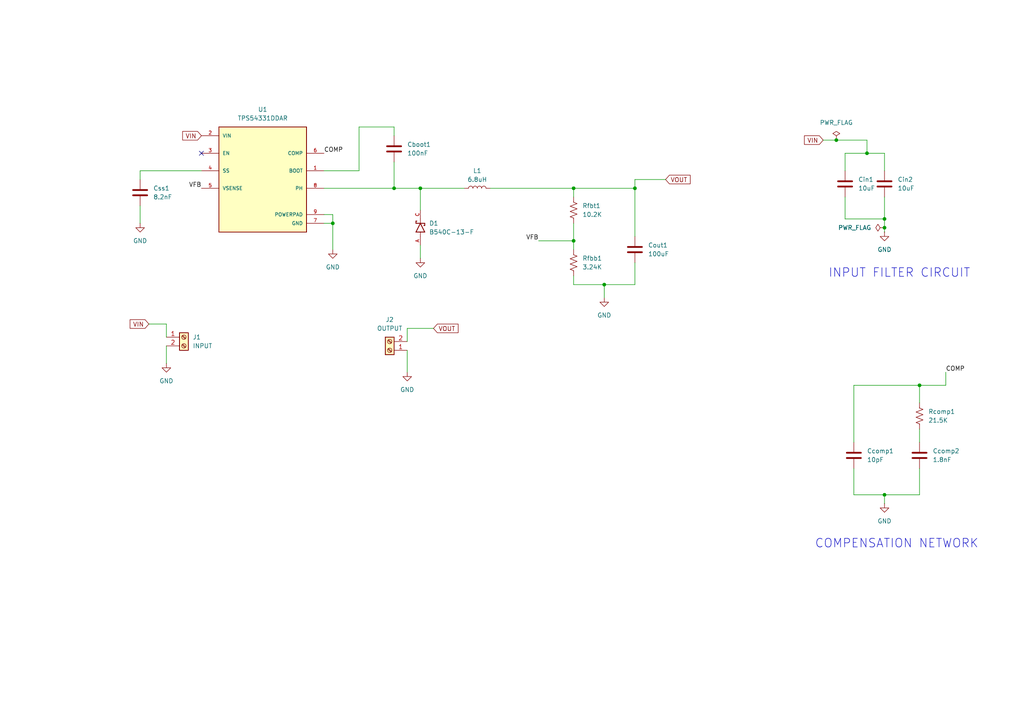
<source format=kicad_sch>
(kicad_sch
	(version 20250114)
	(generator "eeschema")
	(generator_version "9.0")
	(uuid "77b4fb3a-11fd-4426-a4c9-0bf1283a8785")
	(paper "A4")
	(lib_symbols
		(symbol "B540C-13-F:B540C-13-F"
			(pin_names
				(offset 1.016)
			)
			(exclude_from_sim no)
			(in_bom yes)
			(on_board yes)
			(property "Reference" "D"
				(at -5.08 2.54 0)
				(effects
					(font
						(size 1.27 1.27)
					)
					(justify left bottom)
				)
			)
			(property "Value" "B540C-13-F"
				(at -5.08 -3.81 0)
				(effects
					(font
						(size 1.27 1.27)
					)
					(justify left bottom)
				)
			)
			(property "Footprint" "B540C-13-F:DIOM6959X245N"
				(at 0 0 0)
				(effects
					(font
						(size 1.27 1.27)
					)
					(justify bottom)
					(hide yes)
				)
			)
			(property "Datasheet" ""
				(at 0 0 0)
				(effects
					(font
						(size 1.27 1.27)
					)
					(hide yes)
				)
			)
			(property "Description" ""
				(at 0 0 0)
				(effects
					(font
						(size 1.27 1.27)
					)
					(hide yes)
				)
			)
			(property "MF" "Diodes Zetex"
				(at 0 0 0)
				(effects
					(font
						(size 1.27 1.27)
					)
					(justify bottom)
					(hide yes)
				)
			)
			(property "MAXIMUM_PACKAGE_HEIGHT" "2.45 mm"
				(at 0 0 0)
				(effects
					(font
						(size 1.27 1.27)
					)
					(justify bottom)
					(hide yes)
				)
			)
			(property "Package" "SMC-2 Diodes"
				(at 0 0 0)
				(effects
					(font
						(size 1.27 1.27)
					)
					(justify bottom)
					(hide yes)
				)
			)
			(property "Price" "None"
				(at 0 0 0)
				(effects
					(font
						(size 1.27 1.27)
					)
					(justify bottom)
					(hide yes)
				)
			)
			(property "Check_prices" "https://www.snapeda.com/parts/B540C-13-F/Diodes+Inc./view-part/?ref=eda"
				(at 0 0 0)
				(effects
					(font
						(size 1.27 1.27)
					)
					(justify bottom)
					(hide yes)
				)
			)
			(property "STANDARD" "IPC 7351B"
				(at 0 0 0)
				(effects
					(font
						(size 1.27 1.27)
					)
					(justify bottom)
					(hide yes)
				)
			)
			(property "PARTREV" "V1.0"
				(at 0 0 0)
				(effects
					(font
						(size 1.27 1.27)
					)
					(justify bottom)
					(hide yes)
				)
			)
			(property "SnapEDA_Link" "https://www.snapeda.com/parts/B540C-13-F/Diodes+Inc./view-part/?ref=snap"
				(at 0 0 0)
				(effects
					(font
						(size 1.27 1.27)
					)
					(justify bottom)
					(hide yes)
				)
			)
			(property "MP" "B540C-13-F"
				(at 0 0 0)
				(effects
					(font
						(size 1.27 1.27)
					)
					(justify bottom)
					(hide yes)
				)
			)
			(property "Description_1" "Rectifier Diode Schottky 40V 5A 2-Pin SMC T/R"
				(at 0 0 0)
				(effects
					(font
						(size 1.27 1.27)
					)
					(justify bottom)
					(hide yes)
				)
			)
			(property "Availability" "In Stock"
				(at 0 0 0)
				(effects
					(font
						(size 1.27 1.27)
					)
					(justify bottom)
					(hide yes)
				)
			)
			(property "MANUFACTURER" "multicomp"
				(at 0 0 0)
				(effects
					(font
						(size 1.27 1.27)
					)
					(justify bottom)
					(hide yes)
				)
			)
			(symbol "B540C-13-F_0_0"
				(polyline
					(pts
						(xy -2.54 0) (xy -1.27 0)
					)
					(stroke
						(width 0.1524)
						(type default)
					)
					(fill
						(type none)
					)
				)
				(polyline
					(pts
						(xy -1.27 1.27) (xy -1.27 0)
					)
					(stroke
						(width 0.254)
						(type default)
					)
					(fill
						(type none)
					)
				)
				(polyline
					(pts
						(xy -1.27 0) (xy -1.27 -1.27)
					)
					(stroke
						(width 0.254)
						(type default)
					)
					(fill
						(type none)
					)
				)
				(polyline
					(pts
						(xy -1.27 -1.27) (xy 1.27 0)
					)
					(stroke
						(width 0.254)
						(type default)
					)
					(fill
						(type none)
					)
				)
				(polyline
					(pts
						(xy 0.635 -1.016) (xy 0.635 -1.27)
					)
					(stroke
						(width 0.254)
						(type default)
					)
					(fill
						(type none)
					)
				)
				(polyline
					(pts
						(xy 1.27 1.27) (xy 1.27 0)
					)
					(stroke
						(width 0.254)
						(type default)
					)
					(fill
						(type none)
					)
				)
				(polyline
					(pts
						(xy 1.27 0) (xy -1.27 1.27)
					)
					(stroke
						(width 0.254)
						(type default)
					)
					(fill
						(type none)
					)
				)
				(polyline
					(pts
						(xy 1.27 0) (xy 1.27 -1.27)
					)
					(stroke
						(width 0.254)
						(type default)
					)
					(fill
						(type none)
					)
				)
				(polyline
					(pts
						(xy 1.27 0) (xy 2.54 0)
					)
					(stroke
						(width 0.1524)
						(type default)
					)
					(fill
						(type none)
					)
				)
				(polyline
					(pts
						(xy 1.27 -1.27) (xy 0.635 -1.27)
					)
					(stroke
						(width 0.254)
						(type default)
					)
					(fill
						(type none)
					)
				)
				(polyline
					(pts
						(xy 1.905 1.27) (xy 1.27 1.27)
					)
					(stroke
						(width 0.254)
						(type default)
					)
					(fill
						(type none)
					)
				)
				(polyline
					(pts
						(xy 1.905 1.27) (xy 1.905 1.016)
					)
					(stroke
						(width 0.254)
						(type default)
					)
					(fill
						(type none)
					)
				)
				(pin passive line
					(at -5.08 0 0)
					(length 2.54)
					(name "~"
						(effects
							(font
								(size 1.016 1.016)
							)
						)
					)
					(number "A"
						(effects
							(font
								(size 1.016 1.016)
							)
						)
					)
				)
				(pin passive line
					(at 5.08 0 180)
					(length 2.54)
					(name "~"
						(effects
							(font
								(size 1.016 1.016)
							)
						)
					)
					(number "C"
						(effects
							(font
								(size 1.016 1.016)
							)
						)
					)
				)
			)
			(embedded_fonts no)
		)
		(symbol "Connector:Screw_Terminal_01x02"
			(pin_names
				(offset 1.016)
				(hide yes)
			)
			(exclude_from_sim no)
			(in_bom yes)
			(on_board yes)
			(property "Reference" "J"
				(at 0 2.54 0)
				(effects
					(font
						(size 1.27 1.27)
					)
				)
			)
			(property "Value" "Screw_Terminal_01x02"
				(at 0 -5.08 0)
				(effects
					(font
						(size 1.27 1.27)
					)
				)
			)
			(property "Footprint" ""
				(at 0 0 0)
				(effects
					(font
						(size 1.27 1.27)
					)
					(hide yes)
				)
			)
			(property "Datasheet" "~"
				(at 0 0 0)
				(effects
					(font
						(size 1.27 1.27)
					)
					(hide yes)
				)
			)
			(property "Description" "Generic screw terminal, single row, 01x02, script generated (kicad-library-utils/schlib/autogen/connector/)"
				(at 0 0 0)
				(effects
					(font
						(size 1.27 1.27)
					)
					(hide yes)
				)
			)
			(property "ki_keywords" "screw terminal"
				(at 0 0 0)
				(effects
					(font
						(size 1.27 1.27)
					)
					(hide yes)
				)
			)
			(property "ki_fp_filters" "TerminalBlock*:*"
				(at 0 0 0)
				(effects
					(font
						(size 1.27 1.27)
					)
					(hide yes)
				)
			)
			(symbol "Screw_Terminal_01x02_1_1"
				(rectangle
					(start -1.27 1.27)
					(end 1.27 -3.81)
					(stroke
						(width 0.254)
						(type default)
					)
					(fill
						(type background)
					)
				)
				(polyline
					(pts
						(xy -0.5334 0.3302) (xy 0.3302 -0.508)
					)
					(stroke
						(width 0.1524)
						(type default)
					)
					(fill
						(type none)
					)
				)
				(polyline
					(pts
						(xy -0.5334 -2.2098) (xy 0.3302 -3.048)
					)
					(stroke
						(width 0.1524)
						(type default)
					)
					(fill
						(type none)
					)
				)
				(polyline
					(pts
						(xy -0.3556 0.508) (xy 0.508 -0.3302)
					)
					(stroke
						(width 0.1524)
						(type default)
					)
					(fill
						(type none)
					)
				)
				(polyline
					(pts
						(xy -0.3556 -2.032) (xy 0.508 -2.8702)
					)
					(stroke
						(width 0.1524)
						(type default)
					)
					(fill
						(type none)
					)
				)
				(circle
					(center 0 0)
					(radius 0.635)
					(stroke
						(width 0.1524)
						(type default)
					)
					(fill
						(type none)
					)
				)
				(circle
					(center 0 -2.54)
					(radius 0.635)
					(stroke
						(width 0.1524)
						(type default)
					)
					(fill
						(type none)
					)
				)
				(pin passive line
					(at -5.08 0 0)
					(length 3.81)
					(name "Pin_1"
						(effects
							(font
								(size 1.27 1.27)
							)
						)
					)
					(number "1"
						(effects
							(font
								(size 1.27 1.27)
							)
						)
					)
				)
				(pin passive line
					(at -5.08 -2.54 0)
					(length 3.81)
					(name "Pin_2"
						(effects
							(font
								(size 1.27 1.27)
							)
						)
					)
					(number "2"
						(effects
							(font
								(size 1.27 1.27)
							)
						)
					)
				)
			)
			(embedded_fonts no)
		)
		(symbol "Device:C"
			(pin_numbers
				(hide yes)
			)
			(pin_names
				(offset 0.254)
			)
			(exclude_from_sim no)
			(in_bom yes)
			(on_board yes)
			(property "Reference" "C"
				(at 0.635 2.54 0)
				(effects
					(font
						(size 1.27 1.27)
					)
					(justify left)
				)
			)
			(property "Value" "C"
				(at 0.635 -2.54 0)
				(effects
					(font
						(size 1.27 1.27)
					)
					(justify left)
				)
			)
			(property "Footprint" ""
				(at 0.9652 -3.81 0)
				(effects
					(font
						(size 1.27 1.27)
					)
					(hide yes)
				)
			)
			(property "Datasheet" "~"
				(at 0 0 0)
				(effects
					(font
						(size 1.27 1.27)
					)
					(hide yes)
				)
			)
			(property "Description" "Unpolarized capacitor"
				(at 0 0 0)
				(effects
					(font
						(size 1.27 1.27)
					)
					(hide yes)
				)
			)
			(property "ki_keywords" "cap capacitor"
				(at 0 0 0)
				(effects
					(font
						(size 1.27 1.27)
					)
					(hide yes)
				)
			)
			(property "ki_fp_filters" "C_*"
				(at 0 0 0)
				(effects
					(font
						(size 1.27 1.27)
					)
					(hide yes)
				)
			)
			(symbol "C_0_1"
				(polyline
					(pts
						(xy -2.032 0.762) (xy 2.032 0.762)
					)
					(stroke
						(width 0.508)
						(type default)
					)
					(fill
						(type none)
					)
				)
				(polyline
					(pts
						(xy -2.032 -0.762) (xy 2.032 -0.762)
					)
					(stroke
						(width 0.508)
						(type default)
					)
					(fill
						(type none)
					)
				)
			)
			(symbol "C_1_1"
				(pin passive line
					(at 0 3.81 270)
					(length 2.794)
					(name "~"
						(effects
							(font
								(size 1.27 1.27)
							)
						)
					)
					(number "1"
						(effects
							(font
								(size 1.27 1.27)
							)
						)
					)
				)
				(pin passive line
					(at 0 -3.81 90)
					(length 2.794)
					(name "~"
						(effects
							(font
								(size 1.27 1.27)
							)
						)
					)
					(number "2"
						(effects
							(font
								(size 1.27 1.27)
							)
						)
					)
				)
			)
			(embedded_fonts no)
		)
		(symbol "Device:L"
			(pin_numbers
				(hide yes)
			)
			(pin_names
				(offset 1.016)
				(hide yes)
			)
			(exclude_from_sim no)
			(in_bom yes)
			(on_board yes)
			(property "Reference" "L"
				(at -1.27 0 90)
				(effects
					(font
						(size 1.27 1.27)
					)
				)
			)
			(property "Value" "L"
				(at 1.905 0 90)
				(effects
					(font
						(size 1.27 1.27)
					)
				)
			)
			(property "Footprint" ""
				(at 0 0 0)
				(effects
					(font
						(size 1.27 1.27)
					)
					(hide yes)
				)
			)
			(property "Datasheet" "~"
				(at 0 0 0)
				(effects
					(font
						(size 1.27 1.27)
					)
					(hide yes)
				)
			)
			(property "Description" "Inductor"
				(at 0 0 0)
				(effects
					(font
						(size 1.27 1.27)
					)
					(hide yes)
				)
			)
			(property "ki_keywords" "inductor choke coil reactor magnetic"
				(at 0 0 0)
				(effects
					(font
						(size 1.27 1.27)
					)
					(hide yes)
				)
			)
			(property "ki_fp_filters" "Choke_* *Coil* Inductor_* L_*"
				(at 0 0 0)
				(effects
					(font
						(size 1.27 1.27)
					)
					(hide yes)
				)
			)
			(symbol "L_0_1"
				(arc
					(start 0 2.54)
					(mid 0.6323 1.905)
					(end 0 1.27)
					(stroke
						(width 0)
						(type default)
					)
					(fill
						(type none)
					)
				)
				(arc
					(start 0 1.27)
					(mid 0.6323 0.635)
					(end 0 0)
					(stroke
						(width 0)
						(type default)
					)
					(fill
						(type none)
					)
				)
				(arc
					(start 0 0)
					(mid 0.6323 -0.635)
					(end 0 -1.27)
					(stroke
						(width 0)
						(type default)
					)
					(fill
						(type none)
					)
				)
				(arc
					(start 0 -1.27)
					(mid 0.6323 -1.905)
					(end 0 -2.54)
					(stroke
						(width 0)
						(type default)
					)
					(fill
						(type none)
					)
				)
			)
			(symbol "L_1_1"
				(pin passive line
					(at 0 3.81 270)
					(length 1.27)
					(name "1"
						(effects
							(font
								(size 1.27 1.27)
							)
						)
					)
					(number "1"
						(effects
							(font
								(size 1.27 1.27)
							)
						)
					)
				)
				(pin passive line
					(at 0 -3.81 90)
					(length 1.27)
					(name "2"
						(effects
							(font
								(size 1.27 1.27)
							)
						)
					)
					(number "2"
						(effects
							(font
								(size 1.27 1.27)
							)
						)
					)
				)
			)
			(embedded_fonts no)
		)
		(symbol "Device:R_US"
			(pin_numbers
				(hide yes)
			)
			(pin_names
				(offset 0)
			)
			(exclude_from_sim no)
			(in_bom yes)
			(on_board yes)
			(property "Reference" "R"
				(at 2.54 0 90)
				(effects
					(font
						(size 1.27 1.27)
					)
				)
			)
			(property "Value" "R_US"
				(at -2.54 0 90)
				(effects
					(font
						(size 1.27 1.27)
					)
				)
			)
			(property "Footprint" ""
				(at 1.016 -0.254 90)
				(effects
					(font
						(size 1.27 1.27)
					)
					(hide yes)
				)
			)
			(property "Datasheet" "~"
				(at 0 0 0)
				(effects
					(font
						(size 1.27 1.27)
					)
					(hide yes)
				)
			)
			(property "Description" "Resistor, US symbol"
				(at 0 0 0)
				(effects
					(font
						(size 1.27 1.27)
					)
					(hide yes)
				)
			)
			(property "ki_keywords" "R res resistor"
				(at 0 0 0)
				(effects
					(font
						(size 1.27 1.27)
					)
					(hide yes)
				)
			)
			(property "ki_fp_filters" "R_*"
				(at 0 0 0)
				(effects
					(font
						(size 1.27 1.27)
					)
					(hide yes)
				)
			)
			(symbol "R_US_0_1"
				(polyline
					(pts
						(xy 0 2.286) (xy 0 2.54)
					)
					(stroke
						(width 0)
						(type default)
					)
					(fill
						(type none)
					)
				)
				(polyline
					(pts
						(xy 0 2.286) (xy 1.016 1.905) (xy 0 1.524) (xy -1.016 1.143) (xy 0 0.762)
					)
					(stroke
						(width 0)
						(type default)
					)
					(fill
						(type none)
					)
				)
				(polyline
					(pts
						(xy 0 0.762) (xy 1.016 0.381) (xy 0 0) (xy -1.016 -0.381) (xy 0 -0.762)
					)
					(stroke
						(width 0)
						(type default)
					)
					(fill
						(type none)
					)
				)
				(polyline
					(pts
						(xy 0 -0.762) (xy 1.016 -1.143) (xy 0 -1.524) (xy -1.016 -1.905) (xy 0 -2.286)
					)
					(stroke
						(width 0)
						(type default)
					)
					(fill
						(type none)
					)
				)
				(polyline
					(pts
						(xy 0 -2.286) (xy 0 -2.54)
					)
					(stroke
						(width 0)
						(type default)
					)
					(fill
						(type none)
					)
				)
			)
			(symbol "R_US_1_1"
				(pin passive line
					(at 0 3.81 270)
					(length 1.27)
					(name "~"
						(effects
							(font
								(size 1.27 1.27)
							)
						)
					)
					(number "1"
						(effects
							(font
								(size 1.27 1.27)
							)
						)
					)
				)
				(pin passive line
					(at 0 -3.81 90)
					(length 1.27)
					(name "~"
						(effects
							(font
								(size 1.27 1.27)
							)
						)
					)
					(number "2"
						(effects
							(font
								(size 1.27 1.27)
							)
						)
					)
				)
			)
			(embedded_fonts no)
		)
		(symbol "TPS54331DDAR:TPS54331DDAR"
			(pin_names
				(offset 1.016)
			)
			(exclude_from_sim no)
			(in_bom yes)
			(on_board yes)
			(property "Reference" "U"
				(at -12.7 16.51 0)
				(effects
					(font
						(size 1.27 1.27)
					)
					(justify left bottom)
				)
			)
			(property "Value" "TPS54331DDAR"
				(at -12.7 -16.51 0)
				(effects
					(font
						(size 1.27 1.27)
					)
					(justify left top)
				)
			)
			(property "Footprint" "TPS54331DDAR:CONV_TPS54331DDAR"
				(at 0 0 0)
				(effects
					(font
						(size 1.27 1.27)
					)
					(justify bottom)
					(hide yes)
				)
			)
			(property "Datasheet" ""
				(at 0 0 0)
				(effects
					(font
						(size 1.27 1.27)
					)
					(hide yes)
				)
			)
			(property "Description" ""
				(at 0 0 0)
				(effects
					(font
						(size 1.27 1.27)
					)
					(hide yes)
				)
			)
			(property "MF" "Texas Instruments"
				(at 0 0 0)
				(effects
					(font
						(size 1.27 1.27)
					)
					(justify bottom)
					(hide yes)
				)
			)
			(property "MAXIMUM_PACKAGE_HEIGHT" "1.70 mm"
				(at 0 0 0)
				(effects
					(font
						(size 1.27 1.27)
					)
					(justify bottom)
					(hide yes)
				)
			)
			(property "Package" "Package"
				(at 0 0 0)
				(effects
					(font
						(size 1.27 1.27)
					)
					(justify bottom)
					(hide yes)
				)
			)
			(property "Price" "None"
				(at 0 0 0)
				(effects
					(font
						(size 1.27 1.27)
					)
					(justify bottom)
					(hide yes)
				)
			)
			(property "Check_prices" "https://www.snapeda.com/parts/TPS54331DDAR/Texas+Instruments/view-part/?ref=eda"
				(at 0 0 0)
				(effects
					(font
						(size 1.27 1.27)
					)
					(justify bottom)
					(hide yes)
				)
			)
			(property "STANDARD" "Manufacturer Recommendations"
				(at 0 0 0)
				(effects
					(font
						(size 1.27 1.27)
					)
					(justify bottom)
					(hide yes)
				)
			)
			(property "PARTREV" "F"
				(at 0 0 0)
				(effects
					(font
						(size 1.27 1.27)
					)
					(justify bottom)
					(hide yes)
				)
			)
			(property "SnapEDA_Link" "https://www.snapeda.com/parts/TPS54331DDAR/Texas+Instruments/view-part/?ref=snap"
				(at 0 0 0)
				(effects
					(font
						(size 1.27 1.27)
					)
					(justify bottom)
					(hide yes)
				)
			)
			(property "MP" "TPS54331DDAR"
				(at 0 0 0)
				(effects
					(font
						(size 1.27 1.27)
					)
					(justify bottom)
					(hide yes)
				)
			)
			(property "Description_1" "3.5V to 28V Input, 3A, 570kHz Step-Down Converter with Eco-mode"
				(at 0 0 0)
				(effects
					(font
						(size 1.27 1.27)
					)
					(justify bottom)
					(hide yes)
				)
			)
			(property "Availability" "In Stock"
				(at 0 0 0)
				(effects
					(font
						(size 1.27 1.27)
					)
					(justify bottom)
					(hide yes)
				)
			)
			(property "MANUFACTURER" "Texas Instruments"
				(at 0 0 0)
				(effects
					(font
						(size 1.27 1.27)
					)
					(justify bottom)
					(hide yes)
				)
			)
			(symbol "TPS54331DDAR_0_0"
				(rectangle
					(start -12.7 -15.24)
					(end 12.7 15.24)
					(stroke
						(width 0.254)
						(type default)
					)
					(fill
						(type background)
					)
				)
				(pin power_in line
					(at -17.78 12.7 0)
					(length 5.08)
					(name "VIN"
						(effects
							(font
								(size 1.016 1.016)
							)
						)
					)
					(number "2"
						(effects
							(font
								(size 1.016 1.016)
							)
						)
					)
				)
				(pin input line
					(at -17.78 7.62 0)
					(length 5.08)
					(name "EN"
						(effects
							(font
								(size 1.016 1.016)
							)
						)
					)
					(number "3"
						(effects
							(font
								(size 1.016 1.016)
							)
						)
					)
				)
				(pin input line
					(at -17.78 2.54 0)
					(length 5.08)
					(name "SS"
						(effects
							(font
								(size 1.016 1.016)
							)
						)
					)
					(number "4"
						(effects
							(font
								(size 1.016 1.016)
							)
						)
					)
				)
				(pin input line
					(at -17.78 -2.54 0)
					(length 5.08)
					(name "VSENSE"
						(effects
							(font
								(size 1.016 1.016)
							)
						)
					)
					(number "5"
						(effects
							(font
								(size 1.016 1.016)
							)
						)
					)
				)
				(pin output line
					(at 17.78 7.62 180)
					(length 5.08)
					(name "COMP"
						(effects
							(font
								(size 1.016 1.016)
							)
						)
					)
					(number "6"
						(effects
							(font
								(size 1.016 1.016)
							)
						)
					)
				)
				(pin output line
					(at 17.78 2.54 180)
					(length 5.08)
					(name "BOOT"
						(effects
							(font
								(size 1.016 1.016)
							)
						)
					)
					(number "1"
						(effects
							(font
								(size 1.016 1.016)
							)
						)
					)
				)
				(pin output line
					(at 17.78 -2.54 180)
					(length 5.08)
					(name "PH"
						(effects
							(font
								(size 1.016 1.016)
							)
						)
					)
					(number "8"
						(effects
							(font
								(size 1.016 1.016)
							)
						)
					)
				)
				(pin power_in line
					(at 17.78 -10.16 180)
					(length 5.08)
					(name "POWERPAD"
						(effects
							(font
								(size 1.016 1.016)
							)
						)
					)
					(number "9"
						(effects
							(font
								(size 1.016 1.016)
							)
						)
					)
				)
				(pin power_in line
					(at 17.78 -12.7 180)
					(length 5.08)
					(name "GND"
						(effects
							(font
								(size 1.016 1.016)
							)
						)
					)
					(number "7"
						(effects
							(font
								(size 1.016 1.016)
							)
						)
					)
				)
			)
			(embedded_fonts no)
		)
		(symbol "power:GND"
			(power)
			(pin_numbers
				(hide yes)
			)
			(pin_names
				(offset 0)
				(hide yes)
			)
			(exclude_from_sim no)
			(in_bom yes)
			(on_board yes)
			(property "Reference" "#PWR"
				(at 0 -6.35 0)
				(effects
					(font
						(size 1.27 1.27)
					)
					(hide yes)
				)
			)
			(property "Value" "GND"
				(at 0 -3.81 0)
				(effects
					(font
						(size 1.27 1.27)
					)
				)
			)
			(property "Footprint" ""
				(at 0 0 0)
				(effects
					(font
						(size 1.27 1.27)
					)
					(hide yes)
				)
			)
			(property "Datasheet" ""
				(at 0 0 0)
				(effects
					(font
						(size 1.27 1.27)
					)
					(hide yes)
				)
			)
			(property "Description" "Power symbol creates a global label with name \"GND\" , ground"
				(at 0 0 0)
				(effects
					(font
						(size 1.27 1.27)
					)
					(hide yes)
				)
			)
			(property "ki_keywords" "global power"
				(at 0 0 0)
				(effects
					(font
						(size 1.27 1.27)
					)
					(hide yes)
				)
			)
			(symbol "GND_0_1"
				(polyline
					(pts
						(xy 0 0) (xy 0 -1.27) (xy 1.27 -1.27) (xy 0 -2.54) (xy -1.27 -1.27) (xy 0 -1.27)
					)
					(stroke
						(width 0)
						(type default)
					)
					(fill
						(type none)
					)
				)
			)
			(symbol "GND_1_1"
				(pin power_in line
					(at 0 0 270)
					(length 0)
					(name "~"
						(effects
							(font
								(size 1.27 1.27)
							)
						)
					)
					(number "1"
						(effects
							(font
								(size 1.27 1.27)
							)
						)
					)
				)
			)
			(embedded_fonts no)
		)
		(symbol "power:PWR_FLAG"
			(power)
			(pin_numbers
				(hide yes)
			)
			(pin_names
				(offset 0)
				(hide yes)
			)
			(exclude_from_sim no)
			(in_bom yes)
			(on_board yes)
			(property "Reference" "#FLG"
				(at 0 1.905 0)
				(effects
					(font
						(size 1.27 1.27)
					)
					(hide yes)
				)
			)
			(property "Value" "PWR_FLAG"
				(at 0 3.81 0)
				(effects
					(font
						(size 1.27 1.27)
					)
				)
			)
			(property "Footprint" ""
				(at 0 0 0)
				(effects
					(font
						(size 1.27 1.27)
					)
					(hide yes)
				)
			)
			(property "Datasheet" "~"
				(at 0 0 0)
				(effects
					(font
						(size 1.27 1.27)
					)
					(hide yes)
				)
			)
			(property "Description" "Special symbol for telling ERC where power comes from"
				(at 0 0 0)
				(effects
					(font
						(size 1.27 1.27)
					)
					(hide yes)
				)
			)
			(property "ki_keywords" "flag power"
				(at 0 0 0)
				(effects
					(font
						(size 1.27 1.27)
					)
					(hide yes)
				)
			)
			(symbol "PWR_FLAG_0_0"
				(pin power_out line
					(at 0 0 90)
					(length 0)
					(name "~"
						(effects
							(font
								(size 1.27 1.27)
							)
						)
					)
					(number "1"
						(effects
							(font
								(size 1.27 1.27)
							)
						)
					)
				)
			)
			(symbol "PWR_FLAG_0_1"
				(polyline
					(pts
						(xy 0 0) (xy 0 1.27) (xy -1.016 1.905) (xy 0 2.54) (xy 1.016 1.905) (xy 0 1.27)
					)
					(stroke
						(width 0)
						(type default)
					)
					(fill
						(type none)
					)
				)
			)
			(embedded_fonts no)
		)
	)
	(text "INPUT FILTER CIRCUIT"
		(exclude_from_sim no)
		(at 260.858 79.248 0)
		(effects
			(font
				(size 2.5 2.5)
			)
		)
		(uuid "86c276c5-0a89-44de-a1bc-9295686ca6ef")
	)
	(text "COMPENSATION NETWORK\n"
		(exclude_from_sim no)
		(at 260.096 157.734 0)
		(effects
			(font
				(size 2.5 2.5)
			)
		)
		(uuid "a99dd902-7e0a-436c-88b8-3fba5a36524f")
	)
	(junction
		(at 175.26 82.55)
		(diameter 0)
		(color 0 0 0 0)
		(uuid "05aa96cb-c59c-449f-b3cf-869f36050c22")
	)
	(junction
		(at 96.52 64.77)
		(diameter 0)
		(color 0 0 0 0)
		(uuid "1f035523-25af-4067-89d7-d6803d484c35")
	)
	(junction
		(at 256.54 63.5)
		(diameter 0)
		(color 0 0 0 0)
		(uuid "5c0ba1a1-8266-4fee-9ca6-1646b0308d02")
	)
	(junction
		(at 184.15 54.61)
		(diameter 0)
		(color 0 0 0 0)
		(uuid "62e353ee-3fdb-4462-9b41-30cc87a81ae2")
	)
	(junction
		(at 256.54 143.51)
		(diameter 0)
		(color 0 0 0 0)
		(uuid "787c6683-5517-409c-bcb7-96cfceb0b0eb")
	)
	(junction
		(at 266.7 111.76)
		(diameter 0)
		(color 0 0 0 0)
		(uuid "7fcc0475-7926-4dfb-89b8-98654ff04301")
	)
	(junction
		(at 166.37 54.61)
		(diameter 0)
		(color 0 0 0 0)
		(uuid "86d82c1e-5531-46a2-bc1a-f80b94628e38")
	)
	(junction
		(at 242.57 40.64)
		(diameter 0)
		(color 0 0 0 0)
		(uuid "97cb14f0-d83c-40bf-9215-2be29cf4a9d1")
	)
	(junction
		(at 256.54 66.04)
		(diameter 0)
		(color 0 0 0 0)
		(uuid "a80d3608-cba6-485e-b160-cd2c741296b5")
	)
	(junction
		(at 114.3 54.61)
		(diameter 0)
		(color 0 0 0 0)
		(uuid "c3bbf20a-0772-4666-a1ae-23acae16bb6a")
	)
	(junction
		(at 121.92 54.61)
		(diameter 0)
		(color 0 0 0 0)
		(uuid "d5486c34-a656-48bf-a2f4-7fef06e5b15d")
	)
	(junction
		(at 166.37 69.85)
		(diameter 0)
		(color 0 0 0 0)
		(uuid "ea5bc564-c057-440f-860a-f85c6d42a3e1")
	)
	(junction
		(at 251.46 44.45)
		(diameter 0)
		(color 0 0 0 0)
		(uuid "f2ea46bb-b150-46d8-b6ee-f202b9a86a09")
	)
	(no_connect
		(at 58.42 44.45)
		(uuid "b846d5a0-0436-41c9-a6b0-76317fb8dfa4")
	)
	(wire
		(pts
			(xy 48.26 100.33) (xy 48.26 105.41)
		)
		(stroke
			(width 0)
			(type default)
		)
		(uuid "0256b088-f833-42a7-b904-ae6dc3f91f05")
	)
	(wire
		(pts
			(xy 184.15 52.07) (xy 184.15 54.61)
		)
		(stroke
			(width 0)
			(type default)
		)
		(uuid "047a88bd-8280-4920-94f0-935e57b6d547")
	)
	(wire
		(pts
			(xy 125.73 95.25) (xy 118.11 95.25)
		)
		(stroke
			(width 0)
			(type default)
		)
		(uuid "07016ac9-226b-4258-a1c5-8048114ba2bc")
	)
	(wire
		(pts
			(xy 266.7 111.76) (xy 247.65 111.76)
		)
		(stroke
			(width 0)
			(type default)
		)
		(uuid "15e75690-bc59-4166-8176-a95d15c934df")
	)
	(wire
		(pts
			(xy 274.32 107.95) (xy 274.32 111.76)
		)
		(stroke
			(width 0)
			(type default)
		)
		(uuid "16a1e621-f70b-4b10-848a-1fc808837b94")
	)
	(wire
		(pts
			(xy 247.65 135.89) (xy 247.65 143.51)
		)
		(stroke
			(width 0)
			(type default)
		)
		(uuid "1758ec01-bd5c-4798-931c-b737f5275d54")
	)
	(wire
		(pts
			(xy 93.98 62.23) (xy 96.52 62.23)
		)
		(stroke
			(width 0)
			(type default)
		)
		(uuid "1b288afc-8ea7-45f2-81a0-18e3f478147a")
	)
	(wire
		(pts
			(xy 256.54 44.45) (xy 251.46 44.45)
		)
		(stroke
			(width 0)
			(type default)
		)
		(uuid "1c742e57-7a8e-4391-8ea7-d16e29666d14")
	)
	(wire
		(pts
			(xy 245.11 63.5) (xy 256.54 63.5)
		)
		(stroke
			(width 0)
			(type default)
		)
		(uuid "1e764644-1522-47ab-a8c3-6c2199646d22")
	)
	(wire
		(pts
			(xy 274.32 111.76) (xy 266.7 111.76)
		)
		(stroke
			(width 0)
			(type default)
		)
		(uuid "20d4f433-5ebe-4518-a342-086abaadd8a8")
	)
	(wire
		(pts
			(xy 96.52 64.77) (xy 96.52 72.39)
		)
		(stroke
			(width 0)
			(type default)
		)
		(uuid "26dda257-5803-40ff-9ba6-fc2e2a0ba64a")
	)
	(wire
		(pts
			(xy 121.92 54.61) (xy 134.62 54.61)
		)
		(stroke
			(width 0)
			(type default)
		)
		(uuid "2800617d-d22c-4967-a0d7-699f795e9459")
	)
	(wire
		(pts
			(xy 114.3 46.99) (xy 114.3 54.61)
		)
		(stroke
			(width 0)
			(type default)
		)
		(uuid "3286cda4-506c-440a-b48c-60219c30afbd")
	)
	(wire
		(pts
			(xy 118.11 101.6) (xy 118.11 107.95)
		)
		(stroke
			(width 0)
			(type default)
		)
		(uuid "37af1bb4-bc48-4838-bdb9-ab9cc94e429f")
	)
	(wire
		(pts
			(xy 251.46 40.64) (xy 251.46 44.45)
		)
		(stroke
			(width 0)
			(type default)
		)
		(uuid "3d0c35be-beae-4ae8-8e3a-1482d402d5b3")
	)
	(wire
		(pts
			(xy 166.37 54.61) (xy 166.37 57.15)
		)
		(stroke
			(width 0)
			(type default)
		)
		(uuid "4539b64a-b1d2-47fb-8f00-78b02aebeba3")
	)
	(wire
		(pts
			(xy 93.98 49.53) (xy 104.14 49.53)
		)
		(stroke
			(width 0)
			(type default)
		)
		(uuid "4644fbf6-37a5-4f79-bf11-e14957b56bbc")
	)
	(wire
		(pts
			(xy 121.92 54.61) (xy 121.92 60.96)
		)
		(stroke
			(width 0)
			(type default)
		)
		(uuid "5c693029-bc2f-49be-b0ab-515a4506c43d")
	)
	(wire
		(pts
			(xy 114.3 54.61) (xy 121.92 54.61)
		)
		(stroke
			(width 0)
			(type default)
		)
		(uuid "60dc8fed-1b3c-4a4e-bf98-f4e1c1b2bd2b")
	)
	(wire
		(pts
			(xy 193.04 52.07) (xy 184.15 52.07)
		)
		(stroke
			(width 0)
			(type default)
		)
		(uuid "75398f43-9d1f-4d1a-be38-9f4040639241")
	)
	(wire
		(pts
			(xy 166.37 80.01) (xy 166.37 82.55)
		)
		(stroke
			(width 0)
			(type default)
		)
		(uuid "7581cde0-5120-4896-bb13-ea773d74c2f8")
	)
	(wire
		(pts
			(xy 96.52 62.23) (xy 96.52 64.77)
		)
		(stroke
			(width 0)
			(type default)
		)
		(uuid "7910f85e-ebd0-4f70-9ff1-f3420f203ac6")
	)
	(wire
		(pts
			(xy 175.26 82.55) (xy 166.37 82.55)
		)
		(stroke
			(width 0)
			(type default)
		)
		(uuid "7c50be33-946f-4f9b-8f60-540a904e90cf")
	)
	(wire
		(pts
			(xy 266.7 143.51) (xy 266.7 135.89)
		)
		(stroke
			(width 0)
			(type default)
		)
		(uuid "7cdd67e9-dcf8-44c2-aa72-46650ec96097")
	)
	(wire
		(pts
			(xy 104.14 49.53) (xy 104.14 36.83)
		)
		(stroke
			(width 0)
			(type default)
		)
		(uuid "7f51ff39-685f-4511-b81f-3b2d020e1ce0")
	)
	(wire
		(pts
			(xy 166.37 64.77) (xy 166.37 69.85)
		)
		(stroke
			(width 0)
			(type default)
		)
		(uuid "804eef14-063c-45ed-ab3b-915e945bccdd")
	)
	(wire
		(pts
			(xy 184.15 82.55) (xy 175.26 82.55)
		)
		(stroke
			(width 0)
			(type default)
		)
		(uuid "80c01beb-04df-46ce-8550-a8a3fea224dd")
	)
	(wire
		(pts
			(xy 256.54 143.51) (xy 256.54 146.05)
		)
		(stroke
			(width 0)
			(type default)
		)
		(uuid "8206f461-ae3b-4586-8d74-b8f603f8cbe1")
	)
	(wire
		(pts
			(xy 40.64 52.07) (xy 40.64 49.53)
		)
		(stroke
			(width 0)
			(type default)
		)
		(uuid "823727e4-8591-4d22-a587-84f38e29051f")
	)
	(wire
		(pts
			(xy 247.65 111.76) (xy 247.65 128.27)
		)
		(stroke
			(width 0)
			(type default)
		)
		(uuid "82aaec42-27df-4150-9985-6c9d7fdc028b")
	)
	(wire
		(pts
			(xy 238.76 40.64) (xy 242.57 40.64)
		)
		(stroke
			(width 0)
			(type default)
		)
		(uuid "8aa7cf51-0074-44e0-806b-6909865bfc3e")
	)
	(wire
		(pts
			(xy 142.24 54.61) (xy 166.37 54.61)
		)
		(stroke
			(width 0)
			(type default)
		)
		(uuid "8b673b40-2956-4861-94d5-628e49759a23")
	)
	(wire
		(pts
			(xy 245.11 57.15) (xy 245.11 63.5)
		)
		(stroke
			(width 0)
			(type default)
		)
		(uuid "8c75238a-9a55-40cd-bb74-a66af3a64ea1")
	)
	(wire
		(pts
			(xy 48.26 93.98) (xy 48.26 97.79)
		)
		(stroke
			(width 0)
			(type default)
		)
		(uuid "8cde2dc9-02c8-4164-918a-b1d30a3da3d9")
	)
	(wire
		(pts
			(xy 266.7 124.46) (xy 266.7 128.27)
		)
		(stroke
			(width 0)
			(type default)
		)
		(uuid "8d59ee45-ec2f-4646-a234-44778a4a8b91")
	)
	(wire
		(pts
			(xy 40.64 59.69) (xy 40.64 64.77)
		)
		(stroke
			(width 0)
			(type default)
		)
		(uuid "9043757c-d069-4f5c-a401-1317bfd8fd1d")
	)
	(wire
		(pts
			(xy 266.7 116.84) (xy 266.7 111.76)
		)
		(stroke
			(width 0)
			(type default)
		)
		(uuid "923cda85-5a08-411a-aea4-c7c02295456f")
	)
	(wire
		(pts
			(xy 114.3 36.83) (xy 114.3 39.37)
		)
		(stroke
			(width 0)
			(type default)
		)
		(uuid "943569ab-ac7d-4adf-a4e0-66fa8cde3916")
	)
	(wire
		(pts
			(xy 43.18 93.98) (xy 48.26 93.98)
		)
		(stroke
			(width 0)
			(type default)
		)
		(uuid "945765ff-f62f-4657-acc9-280018ed3136")
	)
	(wire
		(pts
			(xy 166.37 69.85) (xy 166.37 72.39)
		)
		(stroke
			(width 0)
			(type default)
		)
		(uuid "94c0b4b3-7695-4738-90a3-b50a5af4aabd")
	)
	(wire
		(pts
			(xy 245.11 44.45) (xy 245.11 49.53)
		)
		(stroke
			(width 0)
			(type default)
		)
		(uuid "99fdc0ce-a634-4584-b6e4-a5454d3bd8c6")
	)
	(wire
		(pts
			(xy 184.15 76.2) (xy 184.15 82.55)
		)
		(stroke
			(width 0)
			(type default)
		)
		(uuid "a44a22c5-cfec-48fb-923b-8a24ac976bff")
	)
	(wire
		(pts
			(xy 175.26 82.55) (xy 175.26 86.36)
		)
		(stroke
			(width 0)
			(type default)
		)
		(uuid "a5d7a582-9aa0-4b75-b206-8d01337e8c71")
	)
	(wire
		(pts
			(xy 40.64 49.53) (xy 58.42 49.53)
		)
		(stroke
			(width 0)
			(type default)
		)
		(uuid "a806bbb4-6740-4267-baab-9b2280755f30")
	)
	(wire
		(pts
			(xy 184.15 68.58) (xy 184.15 54.61)
		)
		(stroke
			(width 0)
			(type default)
		)
		(uuid "af5271ea-f528-42af-9ab9-07b1819f710d")
	)
	(wire
		(pts
			(xy 256.54 143.51) (xy 266.7 143.51)
		)
		(stroke
			(width 0)
			(type default)
		)
		(uuid "b2e5aba8-bac7-4ff0-979a-b6242de7692a")
	)
	(wire
		(pts
			(xy 256.54 63.5) (xy 256.54 66.04)
		)
		(stroke
			(width 0)
			(type default)
		)
		(uuid "b6168cca-2175-4c88-9320-29e60ea172e7")
	)
	(wire
		(pts
			(xy 256.54 44.45) (xy 256.54 49.53)
		)
		(stroke
			(width 0)
			(type default)
		)
		(uuid "bba41d96-c3e4-423b-a179-694d167b4761")
	)
	(wire
		(pts
			(xy 118.11 95.25) (xy 118.11 99.06)
		)
		(stroke
			(width 0)
			(type default)
		)
		(uuid "c09f8f12-e6ba-4926-a36b-50110f8a8051")
	)
	(wire
		(pts
			(xy 256.54 57.15) (xy 256.54 63.5)
		)
		(stroke
			(width 0)
			(type default)
		)
		(uuid "c6d954bd-ebb4-47e2-b9e0-035161f0a40c")
	)
	(wire
		(pts
			(xy 156.21 69.85) (xy 166.37 69.85)
		)
		(stroke
			(width 0)
			(type default)
		)
		(uuid "c7a772c4-a06d-42b5-a29a-95553c2b03f8")
	)
	(wire
		(pts
			(xy 93.98 64.77) (xy 96.52 64.77)
		)
		(stroke
			(width 0)
			(type default)
		)
		(uuid "c8464910-fc3a-4f09-a1a5-6b332e436b3d")
	)
	(wire
		(pts
			(xy 121.92 71.12) (xy 121.92 74.93)
		)
		(stroke
			(width 0)
			(type default)
		)
		(uuid "d51be9cc-292f-40d2-837c-f065aca76396")
	)
	(wire
		(pts
			(xy 247.65 143.51) (xy 256.54 143.51)
		)
		(stroke
			(width 0)
			(type default)
		)
		(uuid "d6a391a4-8c45-4c1a-9357-ab558831da29")
	)
	(wire
		(pts
			(xy 256.54 66.04) (xy 256.54 67.31)
		)
		(stroke
			(width 0)
			(type default)
		)
		(uuid "e627be92-631a-487c-a188-ef587d598b7a")
	)
	(wire
		(pts
			(xy 184.15 54.61) (xy 166.37 54.61)
		)
		(stroke
			(width 0)
			(type default)
		)
		(uuid "f5cbb261-ba07-421a-aaff-57a21cf4f535")
	)
	(wire
		(pts
			(xy 104.14 36.83) (xy 114.3 36.83)
		)
		(stroke
			(width 0)
			(type default)
		)
		(uuid "f87cbc94-27b0-4dd4-b89e-771d0115ad88")
	)
	(wire
		(pts
			(xy 242.57 40.64) (xy 251.46 40.64)
		)
		(stroke
			(width 0)
			(type default)
		)
		(uuid "fb6ec036-53f1-40ab-9c99-dc3b307f24cc")
	)
	(wire
		(pts
			(xy 251.46 44.45) (xy 245.11 44.45)
		)
		(stroke
			(width 0)
			(type default)
		)
		(uuid "fce01b39-f6db-408d-9749-eb5a2a5aaea7")
	)
	(wire
		(pts
			(xy 93.98 54.61) (xy 114.3 54.61)
		)
		(stroke
			(width 0)
			(type default)
		)
		(uuid "fe10dccf-c141-4216-b66b-64e283b0a419")
	)
	(label "VFB"
		(at 58.42 54.61 180)
		(effects
			(font
				(size 1.27 1.27)
			)
			(justify right bottom)
		)
		(uuid "66a9c75d-7c7b-42a5-87c5-df203e66e964")
	)
	(label "VFB"
		(at 156.21 69.85 180)
		(effects
			(font
				(size 1.27 1.27)
			)
			(justify right bottom)
		)
		(uuid "d91e6b56-f844-4ca6-8f99-bb33768599fb")
	)
	(label "COMP"
		(at 274.32 107.95 0)
		(effects
			(font
				(size 1.27 1.27)
			)
			(justify left bottom)
		)
		(uuid "e44a02cd-502f-4097-a8c9-b4e05df4be12")
	)
	(label "COMP"
		(at 93.98 44.45 0)
		(effects
			(font
				(size 1.27 1.27)
			)
			(justify left bottom)
		)
		(uuid "ef55636e-bb27-4f29-8cb0-94e24d67598f")
	)
	(global_label "VIN"
		(shape input)
		(at 58.42 39.37 180)
		(fields_autoplaced yes)
		(effects
			(font
				(size 1.27 1.27)
			)
			(justify right)
		)
		(uuid "486fad3c-0ef4-43ac-b46d-17d583b412df")
		(property "Intersheetrefs" "${INTERSHEET_REFS}"
			(at 52.4109 39.37 0)
			(effects
				(font
					(size 1.27 1.27)
				)
				(justify right)
				(hide yes)
			)
		)
	)
	(global_label "VOUT"
		(shape input)
		(at 193.04 52.07 0)
		(fields_autoplaced yes)
		(effects
			(font
				(size 1.27 1.27)
			)
			(justify left)
		)
		(uuid "7953e869-b7ef-4478-9049-157cac80794e")
		(property "Intersheetrefs" "${INTERSHEET_REFS}"
			(at 200.7424 52.07 0)
			(effects
				(font
					(size 1.27 1.27)
				)
				(justify left)
				(hide yes)
			)
		)
	)
	(global_label "VOUT"
		(shape input)
		(at 125.73 95.25 0)
		(fields_autoplaced yes)
		(effects
			(font
				(size 1.27 1.27)
			)
			(justify left)
		)
		(uuid "88248dba-9da9-4278-bc77-9176098c2709")
		(property "Intersheetrefs" "${INTERSHEET_REFS}"
			(at 133.4324 95.25 0)
			(effects
				(font
					(size 1.27 1.27)
				)
				(justify left)
				(hide yes)
			)
		)
	)
	(global_label "VIN"
		(shape input)
		(at 43.18 93.98 180)
		(fields_autoplaced yes)
		(effects
			(font
				(size 1.27 1.27)
			)
			(justify right)
		)
		(uuid "a55bc3a4-4d68-4d84-bbc6-901cc0538267")
		(property "Intersheetrefs" "${INTERSHEET_REFS}"
			(at 37.1709 93.98 0)
			(effects
				(font
					(size 1.27 1.27)
				)
				(justify right)
				(hide yes)
			)
		)
	)
	(global_label "VIN"
		(shape input)
		(at 238.76 40.64 180)
		(fields_autoplaced yes)
		(effects
			(font
				(size 1.27 1.27)
			)
			(justify right)
		)
		(uuid "be4c326e-8524-4a45-a797-b69908683238")
		(property "Intersheetrefs" "${INTERSHEET_REFS}"
			(at 232.7509 40.64 0)
			(effects
				(font
					(size 1.27 1.27)
				)
				(justify right)
				(hide yes)
			)
		)
	)
	(symbol
		(lib_id "power:GND")
		(at 121.92 74.93 0)
		(unit 1)
		(exclude_from_sim no)
		(in_bom yes)
		(on_board yes)
		(dnp no)
		(fields_autoplaced yes)
		(uuid "15c09582-db3a-45e4-9220-980ddb98052e")
		(property "Reference" "#PWR0105"
			(at 121.92 81.28 0)
			(effects
				(font
					(size 1.27 1.27)
				)
				(hide yes)
			)
		)
		(property "Value" "GND"
			(at 121.92 80.01 0)
			(effects
				(font
					(size 1.27 1.27)
				)
			)
		)
		(property "Footprint" ""
			(at 121.92 74.93 0)
			(effects
				(font
					(size 1.27 1.27)
				)
				(hide yes)
			)
		)
		(property "Datasheet" ""
			(at 121.92 74.93 0)
			(effects
				(font
					(size 1.27 1.27)
				)
				(hide yes)
			)
		)
		(property "Description" "Power symbol creates a global label with name \"GND\" , ground"
			(at 121.92 74.93 0)
			(effects
				(font
					(size 1.27 1.27)
				)
				(hide yes)
			)
		)
		(pin "1"
			(uuid "9f4a1e68-82a1-47f7-ae4a-f222a384f1b6")
		)
		(instances
			(project "TPS54331DDAR_Buck_converter"
				(path "/77b4fb3a-11fd-4426-a4c9-0bf1283a8785"
					(reference "#PWR0105")
					(unit 1)
				)
			)
		)
	)
	(symbol
		(lib_id "B540C-13-F:B540C-13-F")
		(at 121.92 66.04 90)
		(unit 1)
		(exclude_from_sim no)
		(in_bom yes)
		(on_board yes)
		(dnp no)
		(fields_autoplaced yes)
		(uuid "33ecf226-55e4-4146-9fcd-f40409900233")
		(property "Reference" "D1"
			(at 124.46 64.7699 90)
			(effects
				(font
					(size 1.27 1.27)
				)
				(justify right)
			)
		)
		(property "Value" "B540C-13-F"
			(at 124.46 67.3099 90)
			(effects
				(font
					(size 1.27 1.27)
				)
				(justify right)
			)
		)
		(property "Footprint" "custom_footprints:DIOM6959X245N"
			(at 121.92 66.04 0)
			(effects
				(font
					(size 1.27 1.27)
				)
				(justify bottom)
				(hide yes)
			)
		)
		(property "Datasheet" ""
			(at 121.92 66.04 0)
			(effects
				(font
					(size 1.27 1.27)
				)
				(hide yes)
			)
		)
		(property "Description" ""
			(at 121.92 66.04 0)
			(effects
				(font
					(size 1.27 1.27)
				)
				(hide yes)
			)
		)
		(property "MF" "Diodes Zetex"
			(at 121.92 66.04 0)
			(effects
				(font
					(size 1.27 1.27)
				)
				(justify bottom)
				(hide yes)
			)
		)
		(property "MAXIMUM_PACKAGE_HEIGHT" "2.45 mm"
			(at 121.92 66.04 0)
			(effects
				(font
					(size 1.27 1.27)
				)
				(justify bottom)
				(hide yes)
			)
		)
		(property "Package" "SMC-2 Diodes"
			(at 121.92 66.04 0)
			(effects
				(font
					(size 1.27 1.27)
				)
				(justify bottom)
				(hide yes)
			)
		)
		(property "Price" "None"
			(at 121.92 66.04 0)
			(effects
				(font
					(size 1.27 1.27)
				)
				(justify bottom)
				(hide yes)
			)
		)
		(property "Check_prices" "https://www.snapeda.com/parts/B540C-13-F/Diodes+Inc./view-part/?ref=eda"
			(at 121.92 66.04 0)
			(effects
				(font
					(size 1.27 1.27)
				)
				(justify bottom)
				(hide yes)
			)
		)
		(property "STANDARD" "IPC 7351B"
			(at 121.92 66.04 0)
			(effects
				(font
					(size 1.27 1.27)
				)
				(justify bottom)
				(hide yes)
			)
		)
		(property "PARTREV" "V1.0"
			(at 121.92 66.04 0)
			(effects
				(font
					(size 1.27 1.27)
				)
				(justify bottom)
				(hide yes)
			)
		)
		(property "SnapEDA_Link" "https://www.snapeda.com/parts/B540C-13-F/Diodes+Inc./view-part/?ref=snap"
			(at 121.92 66.04 0)
			(effects
				(font
					(size 1.27 1.27)
				)
				(justify bottom)
				(hide yes)
			)
		)
		(property "MP" "B540C-13-F"
			(at 121.92 66.04 0)
			(effects
				(font
					(size 1.27 1.27)
				)
				(justify bottom)
				(hide yes)
			)
		)
		(property "Description_1" "Rectifier Diode Schottky 40V 5A 2-Pin SMC T/R"
			(at 121.92 66.04 0)
			(effects
				(font
					(size 1.27 1.27)
				)
				(justify bottom)
				(hide yes)
			)
		)
		(property "Availability" "In Stock"
			(at 121.92 66.04 0)
			(effects
				(font
					(size 1.27 1.27)
				)
				(justify bottom)
				(hide yes)
			)
		)
		(property "MANUFACTURER" "multicomp"
			(at 121.92 66.04 0)
			(effects
				(font
					(size 1.27 1.27)
				)
				(justify bottom)
				(hide yes)
			)
		)
		(pin "A"
			(uuid "7c18b56c-75be-4e00-9bfe-13823c06e03b")
		)
		(pin "C"
			(uuid "8bafd1d8-2be3-443f-9200-798f9911a6dc")
		)
		(instances
			(project ""
				(path "/77b4fb3a-11fd-4426-a4c9-0bf1283a8785"
					(reference "D1")
					(unit 1)
				)
			)
		)
	)
	(symbol
		(lib_id "Device:C")
		(at 256.54 53.34 0)
		(unit 1)
		(exclude_from_sim no)
		(in_bom yes)
		(on_board yes)
		(dnp no)
		(fields_autoplaced yes)
		(uuid "3f70fa2c-a20b-4e10-99df-db4303a29b77")
		(property "Reference" "Cin2"
			(at 260.35 52.0699 0)
			(effects
				(font
					(size 1.27 1.27)
				)
				(justify left)
			)
		)
		(property "Value" "10uF"
			(at 260.35 54.6099 0)
			(effects
				(font
					(size 1.27 1.27)
				)
				(justify left)
			)
		)
		(property "Footprint" "Capacitor_SMD:C_1210_3225Metric"
			(at 257.5052 57.15 0)
			(effects
				(font
					(size 1.27 1.27)
				)
				(hide yes)
			)
		)
		(property "Datasheet" "~"
			(at 256.54 53.34 0)
			(effects
				(font
					(size 1.27 1.27)
				)
				(hide yes)
			)
		)
		(property "Description" "Unpolarized capacitor"
			(at 256.54 53.34 0)
			(effects
				(font
					(size 1.27 1.27)
				)
				(hide yes)
			)
		)
		(pin "2"
			(uuid "ca4bfd6f-2237-4d4b-9526-4d559af20e6a")
		)
		(pin "1"
			(uuid "04e84163-f01b-457e-b738-e58a839e212a")
		)
		(instances
			(project "TPS54331DDAR_Buck_converter"
				(path "/77b4fb3a-11fd-4426-a4c9-0bf1283a8785"
					(reference "Cin2")
					(unit 1)
				)
			)
		)
	)
	(symbol
		(lib_id "Device:C")
		(at 184.15 72.39 0)
		(unit 1)
		(exclude_from_sim no)
		(in_bom yes)
		(on_board yes)
		(dnp no)
		(fields_autoplaced yes)
		(uuid "5259ca4d-0042-4c26-b235-accebce5e43f")
		(property "Reference" "Cout1"
			(at 187.96 71.1199 0)
			(effects
				(font
					(size 1.27 1.27)
				)
				(justify left)
			)
		)
		(property "Value" "100uF"
			(at 187.96 73.6599 0)
			(effects
				(font
					(size 1.27 1.27)
				)
				(justify left)
			)
		)
		(property "Footprint" "Capacitor_SMD:C_1210_3225Metric"
			(at 185.1152 76.2 0)
			(effects
				(font
					(size 1.27 1.27)
				)
				(hide yes)
			)
		)
		(property "Datasheet" "~"
			(at 184.15 72.39 0)
			(effects
				(font
					(size 1.27 1.27)
				)
				(hide yes)
			)
		)
		(property "Description" "Unpolarized capacitor"
			(at 184.15 72.39 0)
			(effects
				(font
					(size 1.27 1.27)
				)
				(hide yes)
			)
		)
		(pin "2"
			(uuid "673abefa-c6d6-424d-9e50-b13fd5be5c50")
		)
		(pin "1"
			(uuid "5eb51e1e-0994-4391-8a09-9e71e5115dab")
		)
		(instances
			(project "TPS54331DDAR_Buck_converter"
				(path "/77b4fb3a-11fd-4426-a4c9-0bf1283a8785"
					(reference "Cout1")
					(unit 1)
				)
			)
		)
	)
	(symbol
		(lib_id "power:GND")
		(at 175.26 86.36 0)
		(unit 1)
		(exclude_from_sim no)
		(in_bom yes)
		(on_board yes)
		(dnp no)
		(fields_autoplaced yes)
		(uuid "57a2c888-6ba8-4ba4-a3c8-2fb5138f2294")
		(property "Reference" "#PWR0106"
			(at 175.26 92.71 0)
			(effects
				(font
					(size 1.27 1.27)
				)
				(hide yes)
			)
		)
		(property "Value" "GND"
			(at 175.26 91.44 0)
			(effects
				(font
					(size 1.27 1.27)
				)
			)
		)
		(property "Footprint" ""
			(at 175.26 86.36 0)
			(effects
				(font
					(size 1.27 1.27)
				)
				(hide yes)
			)
		)
		(property "Datasheet" ""
			(at 175.26 86.36 0)
			(effects
				(font
					(size 1.27 1.27)
				)
				(hide yes)
			)
		)
		(property "Description" "Power symbol creates a global label with name \"GND\" , ground"
			(at 175.26 86.36 0)
			(effects
				(font
					(size 1.27 1.27)
				)
				(hide yes)
			)
		)
		(pin "1"
			(uuid "966493d8-6954-4ae1-8caf-b91f73e1c134")
		)
		(instances
			(project "TPS54331DDAR_Buck_converter"
				(path "/77b4fb3a-11fd-4426-a4c9-0bf1283a8785"
					(reference "#PWR0106")
					(unit 1)
				)
			)
		)
	)
	(symbol
		(lib_id "power:PWR_FLAG")
		(at 242.57 40.64 0)
		(unit 1)
		(exclude_from_sim no)
		(in_bom yes)
		(on_board yes)
		(dnp no)
		(fields_autoplaced yes)
		(uuid "716b32f0-1b3d-4d31-a286-27a880a303bb")
		(property "Reference" "#FLG01"
			(at 242.57 38.735 0)
			(effects
				(font
					(size 1.27 1.27)
				)
				(hide yes)
			)
		)
		(property "Value" "PWR_FLAG"
			(at 242.57 35.56 0)
			(effects
				(font
					(size 1.27 1.27)
				)
			)
		)
		(property "Footprint" ""
			(at 242.57 40.64 0)
			(effects
				(font
					(size 1.27 1.27)
				)
				(hide yes)
			)
		)
		(property "Datasheet" "~"
			(at 242.57 40.64 0)
			(effects
				(font
					(size 1.27 1.27)
				)
				(hide yes)
			)
		)
		(property "Description" "Special symbol for telling ERC where power comes from"
			(at 242.57 40.64 0)
			(effects
				(font
					(size 1.27 1.27)
				)
				(hide yes)
			)
		)
		(pin "1"
			(uuid "555d1bf9-f42b-40b5-9116-28da94a10964")
		)
		(instances
			(project ""
				(path "/77b4fb3a-11fd-4426-a4c9-0bf1283a8785"
					(reference "#FLG01")
					(unit 1)
				)
			)
		)
	)
	(symbol
		(lib_id "Device:R_US")
		(at 166.37 60.96 0)
		(unit 1)
		(exclude_from_sim no)
		(in_bom yes)
		(on_board yes)
		(dnp no)
		(fields_autoplaced yes)
		(uuid "72671ddf-5cb7-4930-a483-f433f306e02b")
		(property "Reference" "Rfbt1"
			(at 168.91 59.6899 0)
			(effects
				(font
					(size 1.27 1.27)
				)
				(justify left)
			)
		)
		(property "Value" "10.2K"
			(at 168.91 62.2299 0)
			(effects
				(font
					(size 1.27 1.27)
				)
				(justify left)
			)
		)
		(property "Footprint" "Capacitor_SMD:C_0402_1005Metric"
			(at 167.386 61.214 90)
			(effects
				(font
					(size 1.27 1.27)
				)
				(hide yes)
			)
		)
		(property "Datasheet" "~"
			(at 166.37 60.96 0)
			(effects
				(font
					(size 1.27 1.27)
				)
				(hide yes)
			)
		)
		(property "Description" "Resistor, US symbol"
			(at 166.37 60.96 0)
			(effects
				(font
					(size 1.27 1.27)
				)
				(hide yes)
			)
		)
		(pin "1"
			(uuid "230cd134-541b-4b4d-acec-2ebac8c44000")
		)
		(pin "2"
			(uuid "36b4dc23-665c-4893-b730-bb45c12d17a9")
		)
		(instances
			(project "TPS54331DDAR_Buck_converter"
				(path "/77b4fb3a-11fd-4426-a4c9-0bf1283a8785"
					(reference "Rfbt1")
					(unit 1)
				)
			)
		)
	)
	(symbol
		(lib_id "power:GND")
		(at 256.54 67.31 0)
		(unit 1)
		(exclude_from_sim no)
		(in_bom yes)
		(on_board yes)
		(dnp no)
		(fields_autoplaced yes)
		(uuid "7f3548a3-3d98-47ae-976c-55974519f48f")
		(property "Reference" "#PWR0101"
			(at 256.54 73.66 0)
			(effects
				(font
					(size 1.27 1.27)
				)
				(hide yes)
			)
		)
		(property "Value" "GND"
			(at 256.54 72.39 0)
			(effects
				(font
					(size 1.27 1.27)
				)
			)
		)
		(property "Footprint" ""
			(at 256.54 67.31 0)
			(effects
				(font
					(size 1.27 1.27)
				)
				(hide yes)
			)
		)
		(property "Datasheet" ""
			(at 256.54 67.31 0)
			(effects
				(font
					(size 1.27 1.27)
				)
				(hide yes)
			)
		)
		(property "Description" "Power symbol creates a global label with name \"GND\" , ground"
			(at 256.54 67.31 0)
			(effects
				(font
					(size 1.27 1.27)
				)
				(hide yes)
			)
		)
		(pin "1"
			(uuid "ec8c9f62-ebe0-4ba4-b1a9-d7b3e7662c18")
		)
		(instances
			(project ""
				(path "/77b4fb3a-11fd-4426-a4c9-0bf1283a8785"
					(reference "#PWR0101")
					(unit 1)
				)
			)
		)
	)
	(symbol
		(lib_id "Device:C")
		(at 40.64 55.88 0)
		(unit 1)
		(exclude_from_sim no)
		(in_bom yes)
		(on_board yes)
		(dnp no)
		(fields_autoplaced yes)
		(uuid "7f456223-9f4c-43ac-ba95-61c552840b9d")
		(property "Reference" "Css1"
			(at 44.45 54.6099 0)
			(effects
				(font
					(size 1.27 1.27)
				)
				(justify left)
			)
		)
		(property "Value" "8.2nF"
			(at 44.45 57.1499 0)
			(effects
				(font
					(size 1.27 1.27)
				)
				(justify left)
			)
		)
		(property "Footprint" "Capacitor_SMD:C_0201_0603Metric"
			(at 41.6052 59.69 0)
			(effects
				(font
					(size 1.27 1.27)
				)
				(hide yes)
			)
		)
		(property "Datasheet" "~"
			(at 40.64 55.88 0)
			(effects
				(font
					(size 1.27 1.27)
				)
				(hide yes)
			)
		)
		(property "Description" "Unpolarized capacitor"
			(at 40.64 55.88 0)
			(effects
				(font
					(size 1.27 1.27)
				)
				(hide yes)
			)
		)
		(pin "2"
			(uuid "2ab7ddfd-c456-4d36-b7a8-15e734a5d51f")
		)
		(pin "1"
			(uuid "b313fb3c-7d50-4d07-a042-44a5cebc6733")
		)
		(instances
			(project "TPS54331DDAR_Buck_converter"
				(path "/77b4fb3a-11fd-4426-a4c9-0bf1283a8785"
					(reference "Css1")
					(unit 1)
				)
			)
		)
	)
	(symbol
		(lib_id "power:GND")
		(at 48.26 105.41 0)
		(unit 1)
		(exclude_from_sim no)
		(in_bom yes)
		(on_board yes)
		(dnp no)
		(fields_autoplaced yes)
		(uuid "83257e93-fce1-41e7-8e11-6f3f5c0753d1")
		(property "Reference" "#PWR01"
			(at 48.26 111.76 0)
			(effects
				(font
					(size 1.27 1.27)
				)
				(hide yes)
			)
		)
		(property "Value" "GND"
			(at 48.26 110.49 0)
			(effects
				(font
					(size 1.27 1.27)
				)
			)
		)
		(property "Footprint" ""
			(at 48.26 105.41 0)
			(effects
				(font
					(size 1.27 1.27)
				)
				(hide yes)
			)
		)
		(property "Datasheet" ""
			(at 48.26 105.41 0)
			(effects
				(font
					(size 1.27 1.27)
				)
				(hide yes)
			)
		)
		(property "Description" "Power symbol creates a global label with name \"GND\" , ground"
			(at 48.26 105.41 0)
			(effects
				(font
					(size 1.27 1.27)
				)
				(hide yes)
			)
		)
		(pin "1"
			(uuid "5562f326-5d0e-46dc-ae22-8363df79314e")
		)
		(instances
			(project "TPS54331DDAR_Buck_converter"
				(path "/77b4fb3a-11fd-4426-a4c9-0bf1283a8785"
					(reference "#PWR01")
					(unit 1)
				)
			)
		)
	)
	(symbol
		(lib_id "power:GND")
		(at 96.52 72.39 0)
		(unit 1)
		(exclude_from_sim no)
		(in_bom yes)
		(on_board yes)
		(dnp no)
		(fields_autoplaced yes)
		(uuid "853af4f0-4b6f-4bdc-883f-f4f1d5e222eb")
		(property "Reference" "#PWR0103"
			(at 96.52 78.74 0)
			(effects
				(font
					(size 1.27 1.27)
				)
				(hide yes)
			)
		)
		(property "Value" "GND"
			(at 96.52 77.47 0)
			(effects
				(font
					(size 1.27 1.27)
				)
			)
		)
		(property "Footprint" ""
			(at 96.52 72.39 0)
			(effects
				(font
					(size 1.27 1.27)
				)
				(hide yes)
			)
		)
		(property "Datasheet" ""
			(at 96.52 72.39 0)
			(effects
				(font
					(size 1.27 1.27)
				)
				(hide yes)
			)
		)
		(property "Description" "Power symbol creates a global label with name \"GND\" , ground"
			(at 96.52 72.39 0)
			(effects
				(font
					(size 1.27 1.27)
				)
				(hide yes)
			)
		)
		(pin "1"
			(uuid "09cda091-42ad-42a5-b3d7-ae99071cfdf3")
		)
		(instances
			(project "TPS54331DDAR_Buck_converter"
				(path "/77b4fb3a-11fd-4426-a4c9-0bf1283a8785"
					(reference "#PWR0103")
					(unit 1)
				)
			)
		)
	)
	(symbol
		(lib_id "Device:C")
		(at 114.3 43.18 180)
		(unit 1)
		(exclude_from_sim no)
		(in_bom yes)
		(on_board yes)
		(dnp no)
		(fields_autoplaced yes)
		(uuid "85b8f1e6-d265-4255-868f-ccaf9463eb1b")
		(property "Reference" "Cboot1"
			(at 118.11 41.9099 0)
			(effects
				(font
					(size 1.27 1.27)
				)
				(justify right)
			)
		)
		(property "Value" "100nF"
			(at 118.11 44.4499 0)
			(effects
				(font
					(size 1.27 1.27)
				)
				(justify right)
			)
		)
		(property "Footprint" "Capacitor_SMD:C_0402_1005Metric"
			(at 113.3348 39.37 0)
			(effects
				(font
					(size 1.27 1.27)
				)
				(hide yes)
			)
		)
		(property "Datasheet" "~"
			(at 114.3 43.18 0)
			(effects
				(font
					(size 1.27 1.27)
				)
				(hide yes)
			)
		)
		(property "Description" "Unpolarized capacitor"
			(at 114.3 43.18 0)
			(effects
				(font
					(size 1.27 1.27)
				)
				(hide yes)
			)
		)
		(pin "2"
			(uuid "ab130485-4731-4397-b7c5-2155c6bef908")
		)
		(pin "1"
			(uuid "e86b1beb-2634-460c-8944-a2f09efef708")
		)
		(instances
			(project "TPS54331DDAR_Buck_converter"
				(path "/77b4fb3a-11fd-4426-a4c9-0bf1283a8785"
					(reference "Cboot1")
					(unit 1)
				)
			)
		)
	)
	(symbol
		(lib_id "power:GND")
		(at 256.54 146.05 0)
		(unit 1)
		(exclude_from_sim no)
		(in_bom yes)
		(on_board yes)
		(dnp no)
		(fields_autoplaced yes)
		(uuid "8accb1f4-cbc7-4aa3-b048-83694a250a84")
		(property "Reference" "#PWR0102"
			(at 256.54 152.4 0)
			(effects
				(font
					(size 1.27 1.27)
				)
				(hide yes)
			)
		)
		(property "Value" "GND"
			(at 256.54 151.13 0)
			(effects
				(font
					(size 1.27 1.27)
				)
			)
		)
		(property "Footprint" ""
			(at 256.54 146.05 0)
			(effects
				(font
					(size 1.27 1.27)
				)
				(hide yes)
			)
		)
		(property "Datasheet" ""
			(at 256.54 146.05 0)
			(effects
				(font
					(size 1.27 1.27)
				)
				(hide yes)
			)
		)
		(property "Description" "Power symbol creates a global label with name \"GND\" , ground"
			(at 256.54 146.05 0)
			(effects
				(font
					(size 1.27 1.27)
				)
				(hide yes)
			)
		)
		(pin "1"
			(uuid "bf0a8825-16fd-4808-81ad-92a23e821f99")
		)
		(instances
			(project "TPS54331DDAR_Buck_converter"
				(path "/77b4fb3a-11fd-4426-a4c9-0bf1283a8785"
					(reference "#PWR0102")
					(unit 1)
				)
			)
		)
	)
	(symbol
		(lib_id "Device:L")
		(at 138.43 54.61 90)
		(unit 1)
		(exclude_from_sim no)
		(in_bom yes)
		(on_board yes)
		(dnp no)
		(fields_autoplaced yes)
		(uuid "9313a142-5966-4f7e-be12-f47bb73c8730")
		(property "Reference" "L1"
			(at 138.43 49.53 90)
			(effects
				(font
					(size 1.27 1.27)
				)
			)
		)
		(property "Value" "6.8uH"
			(at 138.43 52.07 90)
			(effects
				(font
					(size 1.27 1.27)
				)
			)
		)
		(property "Footprint" "SamacSys_Parts:XAL5020801MEC"
			(at 138.43 54.61 0)
			(effects
				(font
					(size 1.27 1.27)
				)
				(hide yes)
			)
		)
		(property "Datasheet" "~"
			(at 138.43 54.61 0)
			(effects
				(font
					(size 1.27 1.27)
				)
				(hide yes)
			)
		)
		(property "Description" "Inductor"
			(at 138.43 54.61 0)
			(effects
				(font
					(size 1.27 1.27)
				)
				(hide yes)
			)
		)
		(pin "1"
			(uuid "4f279aae-4ea8-4e63-b49c-a0df9b1d3d46")
		)
		(pin "2"
			(uuid "08da4c8c-f2cc-47c1-9060-d3bb53b6d7ae")
		)
		(instances
			(project ""
				(path "/77b4fb3a-11fd-4426-a4c9-0bf1283a8785"
					(reference "L1")
					(unit 1)
				)
			)
		)
	)
	(symbol
		(lib_id "Device:C")
		(at 247.65 132.08 0)
		(unit 1)
		(exclude_from_sim no)
		(in_bom yes)
		(on_board yes)
		(dnp no)
		(fields_autoplaced yes)
		(uuid "95c95a5c-afb7-4f39-ab65-5a053bf435c4")
		(property "Reference" "Ccomp1"
			(at 251.46 130.8099 0)
			(effects
				(font
					(size 1.27 1.27)
				)
				(justify left)
			)
		)
		(property "Value" "10pF"
			(at 251.46 133.3499 0)
			(effects
				(font
					(size 1.27 1.27)
				)
				(justify left)
			)
		)
		(property "Footprint" "Capacitor_SMD:C_0805_2012Metric"
			(at 248.6152 135.89 0)
			(effects
				(font
					(size 1.27 1.27)
				)
				(hide yes)
			)
		)
		(property "Datasheet" "~"
			(at 247.65 132.08 0)
			(effects
				(font
					(size 1.27 1.27)
				)
				(hide yes)
			)
		)
		(property "Description" "Unpolarized capacitor"
			(at 247.65 132.08 0)
			(effects
				(font
					(size 1.27 1.27)
				)
				(hide yes)
			)
		)
		(pin "2"
			(uuid "b2a49fe2-3abc-4661-af07-3c5ea73a2def")
		)
		(pin "1"
			(uuid "bed2b97e-81e7-464a-82f0-6a1d78df7d81")
		)
		(instances
			(project "TPS54331DDAR_Buck_converter"
				(path "/77b4fb3a-11fd-4426-a4c9-0bf1283a8785"
					(reference "Ccomp1")
					(unit 1)
				)
			)
		)
	)
	(symbol
		(lib_id "power:GND")
		(at 40.64 64.77 0)
		(unit 1)
		(exclude_from_sim no)
		(in_bom yes)
		(on_board yes)
		(dnp no)
		(fields_autoplaced yes)
		(uuid "adac836d-924d-4b34-ab49-296dfa90851b")
		(property "Reference" "#PWR0104"
			(at 40.64 71.12 0)
			(effects
				(font
					(size 1.27 1.27)
				)
				(hide yes)
			)
		)
		(property "Value" "GND"
			(at 40.64 69.85 0)
			(effects
				(font
					(size 1.27 1.27)
				)
			)
		)
		(property "Footprint" ""
			(at 40.64 64.77 0)
			(effects
				(font
					(size 1.27 1.27)
				)
				(hide yes)
			)
		)
		(property "Datasheet" ""
			(at 40.64 64.77 0)
			(effects
				(font
					(size 1.27 1.27)
				)
				(hide yes)
			)
		)
		(property "Description" "Power symbol creates a global label with name \"GND\" , ground"
			(at 40.64 64.77 0)
			(effects
				(font
					(size 1.27 1.27)
				)
				(hide yes)
			)
		)
		(pin "1"
			(uuid "dfcb3780-2f02-42c0-89e5-44490b79d649")
		)
		(instances
			(project "TPS54331DDAR_Buck_converter"
				(path "/77b4fb3a-11fd-4426-a4c9-0bf1283a8785"
					(reference "#PWR0104")
					(unit 1)
				)
			)
		)
	)
	(symbol
		(lib_id "Connector:Screw_Terminal_01x02")
		(at 113.03 101.6 180)
		(unit 1)
		(exclude_from_sim no)
		(in_bom yes)
		(on_board yes)
		(dnp no)
		(fields_autoplaced yes)
		(uuid "b233951c-ae3c-4dd1-9b5a-d886f295a4d0")
		(property "Reference" "J2"
			(at 113.03 92.71 0)
			(effects
				(font
					(size 1.27 1.27)
				)
			)
		)
		(property "Value" "OUTPUT"
			(at 113.03 95.25 0)
			(effects
				(font
					(size 1.27 1.27)
				)
			)
		)
		(property "Footprint" "SamacSys_Parts:19774772"
			(at 113.03 101.6 0)
			(effects
				(font
					(size 1.27 1.27)
				)
				(hide yes)
			)
		)
		(property "Datasheet" "~"
			(at 113.03 101.6 0)
			(effects
				(font
					(size 1.27 1.27)
				)
				(hide yes)
			)
		)
		(property "Description" "Generic screw terminal, single row, 01x02, script generated (kicad-library-utils/schlib/autogen/connector/)"
			(at 113.03 101.6 0)
			(effects
				(font
					(size 1.27 1.27)
				)
				(hide yes)
			)
		)
		(pin "1"
			(uuid "ba358f5c-bd1e-4369-bebf-e371c4770932")
		)
		(pin "2"
			(uuid "bdd170ef-84d9-413e-ada4-1a78d14f5395")
		)
		(instances
			(project "TPS54331DDAR_Buck_converter"
				(path "/77b4fb3a-11fd-4426-a4c9-0bf1283a8785"
					(reference "J2")
					(unit 1)
				)
			)
		)
	)
	(symbol
		(lib_id "power:GND")
		(at 118.11 107.95 0)
		(unit 1)
		(exclude_from_sim no)
		(in_bom yes)
		(on_board yes)
		(dnp no)
		(fields_autoplaced yes)
		(uuid "b3d4794d-b984-44fd-bebb-7a1c80dc70a1")
		(property "Reference" "#PWR02"
			(at 118.11 114.3 0)
			(effects
				(font
					(size 1.27 1.27)
				)
				(hide yes)
			)
		)
		(property "Value" "GND"
			(at 118.11 113.03 0)
			(effects
				(font
					(size 1.27 1.27)
				)
			)
		)
		(property "Footprint" ""
			(at 118.11 107.95 0)
			(effects
				(font
					(size 1.27 1.27)
				)
				(hide yes)
			)
		)
		(property "Datasheet" ""
			(at 118.11 107.95 0)
			(effects
				(font
					(size 1.27 1.27)
				)
				(hide yes)
			)
		)
		(property "Description" "Power symbol creates a global label with name \"GND\" , ground"
			(at 118.11 107.95 0)
			(effects
				(font
					(size 1.27 1.27)
				)
				(hide yes)
			)
		)
		(pin "1"
			(uuid "09d47e56-a1ca-467c-9da6-3fe1671cd28e")
		)
		(instances
			(project "TPS54331DDAR_Buck_converter"
				(path "/77b4fb3a-11fd-4426-a4c9-0bf1283a8785"
					(reference "#PWR02")
					(unit 1)
				)
			)
		)
	)
	(symbol
		(lib_id "Device:R_US")
		(at 166.37 76.2 0)
		(unit 1)
		(exclude_from_sim no)
		(in_bom yes)
		(on_board yes)
		(dnp no)
		(fields_autoplaced yes)
		(uuid "b4cc9fdc-5d9f-4876-8d91-39af42a82a9b")
		(property "Reference" "Rfbb1"
			(at 168.91 74.9299 0)
			(effects
				(font
					(size 1.27 1.27)
				)
				(justify left)
			)
		)
		(property "Value" "3.24K"
			(at 168.91 77.4699 0)
			(effects
				(font
					(size 1.27 1.27)
				)
				(justify left)
			)
		)
		(property "Footprint" "Capacitor_SMD:C_0402_1005Metric"
			(at 167.386 76.454 90)
			(effects
				(font
					(size 1.27 1.27)
				)
				(hide yes)
			)
		)
		(property "Datasheet" "~"
			(at 166.37 76.2 0)
			(effects
				(font
					(size 1.27 1.27)
				)
				(hide yes)
			)
		)
		(property "Description" "Resistor, US symbol"
			(at 166.37 76.2 0)
			(effects
				(font
					(size 1.27 1.27)
				)
				(hide yes)
			)
		)
		(pin "1"
			(uuid "7508afe2-e7bf-4eff-8835-a083416d9d1a")
		)
		(pin "2"
			(uuid "7c8d35bc-b628-420d-b61d-638c971a16bd")
		)
		(instances
			(project "TPS54331DDAR_Buck_converter"
				(path "/77b4fb3a-11fd-4426-a4c9-0bf1283a8785"
					(reference "Rfbb1")
					(unit 1)
				)
			)
		)
	)
	(symbol
		(lib_id "TPS54331DDAR:TPS54331DDAR")
		(at 76.2 52.07 0)
		(unit 1)
		(exclude_from_sim no)
		(in_bom yes)
		(on_board yes)
		(dnp no)
		(fields_autoplaced yes)
		(uuid "deef1360-efe7-44ba-bb28-453c629fcd4b")
		(property "Reference" "U1"
			(at 76.2 31.75 0)
			(effects
				(font
					(size 1.27 1.27)
				)
			)
		)
		(property "Value" "TPS54331DDAR"
			(at 76.2 34.29 0)
			(effects
				(font
					(size 1.27 1.27)
				)
			)
		)
		(property "Footprint" "custom_footprints:CONV_TPS54331DDAR"
			(at 76.2 52.07 0)
			(effects
				(font
					(size 1.27 1.27)
				)
				(justify bottom)
				(hide yes)
			)
		)
		(property "Datasheet" ""
			(at 76.2 52.07 0)
			(effects
				(font
					(size 1.27 1.27)
				)
				(hide yes)
			)
		)
		(property "Description" ""
			(at 76.2 52.07 0)
			(effects
				(font
					(size 1.27 1.27)
				)
				(hide yes)
			)
		)
		(property "MF" "Texas Instruments"
			(at 76.2 52.07 0)
			(effects
				(font
					(size 1.27 1.27)
				)
				(justify bottom)
				(hide yes)
			)
		)
		(property "MAXIMUM_PACKAGE_HEIGHT" "1.70 mm"
			(at 76.2 52.07 0)
			(effects
				(font
					(size 1.27 1.27)
				)
				(justify bottom)
				(hide yes)
			)
		)
		(property "Package" "Package"
			(at 76.2 52.07 0)
			(effects
				(font
					(size 1.27 1.27)
				)
				(justify bottom)
				(hide yes)
			)
		)
		(property "Price" "None"
			(at 76.2 52.07 0)
			(effects
				(font
					(size 1.27 1.27)
				)
				(justify bottom)
				(hide yes)
			)
		)
		(property "Check_prices" "https://www.snapeda.com/parts/TPS54331DDAR/Texas+Instruments/view-part/?ref=eda"
			(at 76.2 52.07 0)
			(effects
				(font
					(size 1.27 1.27)
				)
				(justify bottom)
				(hide yes)
			)
		)
		(property "STANDARD" "Manufacturer Recommendations"
			(at 76.2 52.07 0)
			(effects
				(font
					(size 1.27 1.27)
				)
				(justify bottom)
				(hide yes)
			)
		)
		(property "PARTREV" "F"
			(at 76.2 52.07 0)
			(effects
				(font
					(size 1.27 1.27)
				)
				(justify bottom)
				(hide yes)
			)
		)
		(property "SnapEDA_Link" "https://www.snapeda.com/parts/TPS54331DDAR/Texas+Instruments/view-part/?ref=snap"
			(at 76.2 52.07 0)
			(effects
				(font
					(size 1.27 1.27)
				)
				(justify bottom)
				(hide yes)
			)
		)
		(property "MP" "TPS54331DDAR"
			(at 76.2 52.07 0)
			(effects
				(font
					(size 1.27 1.27)
				)
				(justify bottom)
				(hide yes)
			)
		)
		(property "Description_1" "3.5V to 28V Input, 3A, 570kHz Step-Down Converter with Eco-mode"
			(at 76.2 52.07 0)
			(effects
				(font
					(size 1.27 1.27)
				)
				(justify bottom)
				(hide yes)
			)
		)
		(property "Availability" "In Stock"
			(at 76.2 52.07 0)
			(effects
				(font
					(size 1.27 1.27)
				)
				(justify bottom)
				(hide yes)
			)
		)
		(property "MANUFACTURER" "Texas Instruments"
			(at 76.2 52.07 0)
			(effects
				(font
					(size 1.27 1.27)
				)
				(justify bottom)
				(hide yes)
			)
		)
		(pin "5"
			(uuid "a8d17a4f-12bd-4388-a129-5d1c55c57f56")
		)
		(pin "8"
			(uuid "50f89495-68a7-4f57-b71f-3af66528a69d")
		)
		(pin "9"
			(uuid "6ab4fafc-5bc8-4bd1-8b89-458ecae52b0a")
		)
		(pin "1"
			(uuid "9fe34e78-0cf3-4e72-a12b-60efe69fca98")
		)
		(pin "3"
			(uuid "bdb902af-53cd-4167-8d3e-ac73e678499e")
		)
		(pin "4"
			(uuid "5e62270d-fd17-43b5-8df8-5678d067c49c")
		)
		(pin "6"
			(uuid "df280483-8dde-497d-88e5-d5d13cc1ecf0")
		)
		(pin "7"
			(uuid "20984ff4-87ef-4fe0-af48-5ff6172c1c2f")
		)
		(pin "2"
			(uuid "eb5600c0-2f92-4624-b5a1-4c133acdb17a")
		)
		(instances
			(project ""
				(path "/77b4fb3a-11fd-4426-a4c9-0bf1283a8785"
					(reference "U1")
					(unit 1)
				)
			)
		)
	)
	(symbol
		(lib_id "Device:C")
		(at 266.7 132.08 0)
		(unit 1)
		(exclude_from_sim no)
		(in_bom yes)
		(on_board yes)
		(dnp no)
		(fields_autoplaced yes)
		(uuid "e0a61e1d-add9-4bde-9c98-5d9ca472e081")
		(property "Reference" "Ccomp2"
			(at 270.51 130.8099 0)
			(effects
				(font
					(size 1.27 1.27)
				)
				(justify left)
			)
		)
		(property "Value" "1.8nF"
			(at 270.51 133.3499 0)
			(effects
				(font
					(size 1.27 1.27)
				)
				(justify left)
			)
		)
		(property "Footprint" "Capacitor_SMD:C_0805_2012Metric"
			(at 267.6652 135.89 0)
			(effects
				(font
					(size 1.27 1.27)
				)
				(hide yes)
			)
		)
		(property "Datasheet" "~"
			(at 266.7 132.08 0)
			(effects
				(font
					(size 1.27 1.27)
				)
				(hide yes)
			)
		)
		(property "Description" "Unpolarized capacitor"
			(at 266.7 132.08 0)
			(effects
				(font
					(size 1.27 1.27)
				)
				(hide yes)
			)
		)
		(pin "2"
			(uuid "86b04173-6155-433c-822b-3898050488cd")
		)
		(pin "1"
			(uuid "12318503-bb40-456e-80c0-91c9e2ef993c")
		)
		(instances
			(project "TPS54331DDAR_Buck_converter"
				(path "/77b4fb3a-11fd-4426-a4c9-0bf1283a8785"
					(reference "Ccomp2")
					(unit 1)
				)
			)
		)
	)
	(symbol
		(lib_id "Device:C")
		(at 245.11 53.34 0)
		(unit 1)
		(exclude_from_sim no)
		(in_bom yes)
		(on_board yes)
		(dnp no)
		(uuid "e2644d3e-f72e-4e08-b6b7-db33ab711100")
		(property "Reference" "Cin1"
			(at 248.92 52.0699 0)
			(effects
				(font
					(size 1.27 1.27)
				)
				(justify left)
			)
		)
		(property "Value" "10uF"
			(at 248.92 54.6099 0)
			(effects
				(font
					(size 1.27 1.27)
				)
				(justify left)
			)
		)
		(property "Footprint" "Capacitor_SMD:C_1210_3225Metric"
			(at 246.0752 57.15 0)
			(effects
				(font
					(size 1.27 1.27)
				)
				(hide yes)
			)
		)
		(property "Datasheet" "~"
			(at 245.11 53.34 0)
			(effects
				(font
					(size 1.27 1.27)
				)
				(hide yes)
			)
		)
		(property "Description" "Unpolarized capacitor"
			(at 245.11 53.34 0)
			(effects
				(font
					(size 1.27 1.27)
				)
				(hide yes)
			)
		)
		(pin "2"
			(uuid "804e9061-23b1-44fa-b95f-d0d81597dcbd")
		)
		(pin "1"
			(uuid "06dd8959-53fe-4c89-82d2-2ea2cb7e5ee2")
		)
		(instances
			(project ""
				(path "/77b4fb3a-11fd-4426-a4c9-0bf1283a8785"
					(reference "Cin1")
					(unit 1)
				)
			)
		)
	)
	(symbol
		(lib_id "Connector:Screw_Terminal_01x02")
		(at 53.34 97.79 0)
		(unit 1)
		(exclude_from_sim no)
		(in_bom yes)
		(on_board yes)
		(dnp no)
		(fields_autoplaced yes)
		(uuid "ed1f39fe-6054-48a9-a43b-bc81cb7f9f7a")
		(property "Reference" "J1"
			(at 55.88 97.7899 0)
			(effects
				(font
					(size 1.27 1.27)
				)
				(justify left)
			)
		)
		(property "Value" "INPUT"
			(at 55.88 100.3299 0)
			(effects
				(font
					(size 1.27 1.27)
				)
				(justify left)
			)
		)
		(property "Footprint" "SamacSys_Parts:19774772"
			(at 53.34 97.79 0)
			(effects
				(font
					(size 1.27 1.27)
				)
				(hide yes)
			)
		)
		(property "Datasheet" "~"
			(at 53.34 97.79 0)
			(effects
				(font
					(size 1.27 1.27)
				)
				(hide yes)
			)
		)
		(property "Description" "Generic screw terminal, single row, 01x02, script generated (kicad-library-utils/schlib/autogen/connector/)"
			(at 53.34 97.79 0)
			(effects
				(font
					(size 1.27 1.27)
				)
				(hide yes)
			)
		)
		(pin "1"
			(uuid "92e36903-c51d-4240-be7f-169a3480fa96")
		)
		(pin "2"
			(uuid "5dbd53d6-a359-49bc-a3c2-2ff3c3c7beca")
		)
		(instances
			(project ""
				(path "/77b4fb3a-11fd-4426-a4c9-0bf1283a8785"
					(reference "J1")
					(unit 1)
				)
			)
		)
	)
	(symbol
		(lib_id "power:PWR_FLAG")
		(at 256.54 66.04 90)
		(unit 1)
		(exclude_from_sim no)
		(in_bom yes)
		(on_board yes)
		(dnp no)
		(fields_autoplaced yes)
		(uuid "f041c81d-e6ad-46c0-9cc7-fa9e39b1746e")
		(property "Reference" "#FLG02"
			(at 254.635 66.04 0)
			(effects
				(font
					(size 1.27 1.27)
				)
				(hide yes)
			)
		)
		(property "Value" "PWR_FLAG"
			(at 252.73 66.0399 90)
			(effects
				(font
					(size 1.27 1.27)
				)
				(justify left)
			)
		)
		(property "Footprint" ""
			(at 256.54 66.04 0)
			(effects
				(font
					(size 1.27 1.27)
				)
				(hide yes)
			)
		)
		(property "Datasheet" "~"
			(at 256.54 66.04 0)
			(effects
				(font
					(size 1.27 1.27)
				)
				(hide yes)
			)
		)
		(property "Description" "Special symbol for telling ERC where power comes from"
			(at 256.54 66.04 0)
			(effects
				(font
					(size 1.27 1.27)
				)
				(hide yes)
			)
		)
		(pin "1"
			(uuid "3cddafa7-09cd-454e-bd64-599aee0d5939")
		)
		(instances
			(project "TPS54331DDAR_Buck_converter"
				(path "/77b4fb3a-11fd-4426-a4c9-0bf1283a8785"
					(reference "#FLG02")
					(unit 1)
				)
			)
		)
	)
	(symbol
		(lib_id "Device:R_US")
		(at 266.7 120.65 0)
		(unit 1)
		(exclude_from_sim no)
		(in_bom yes)
		(on_board yes)
		(dnp no)
		(fields_autoplaced yes)
		(uuid "ff67f8a5-628a-4484-a115-a7a4bd0a0ade")
		(property "Reference" "Rcomp1"
			(at 269.24 119.3799 0)
			(effects
				(font
					(size 1.27 1.27)
				)
				(justify left)
			)
		)
		(property "Value" "21.5K"
			(at 269.24 121.9199 0)
			(effects
				(font
					(size 1.27 1.27)
				)
				(justify left)
			)
		)
		(property "Footprint" "Capacitor_SMD:C_0402_1005Metric"
			(at 267.716 120.904 90)
			(effects
				(font
					(size 1.27 1.27)
				)
				(hide yes)
			)
		)
		(property "Datasheet" "~"
			(at 266.7 120.65 0)
			(effects
				(font
					(size 1.27 1.27)
				)
				(hide yes)
			)
		)
		(property "Description" "Resistor, US symbol"
			(at 266.7 120.65 0)
			(effects
				(font
					(size 1.27 1.27)
				)
				(hide yes)
			)
		)
		(pin "1"
			(uuid "e6a1d29d-774e-4f4e-b4f9-7940aa03174e")
		)
		(pin "2"
			(uuid "dd3ceea4-db3b-48cd-be60-f33e8bec21b1")
		)
		(instances
			(project ""
				(path "/77b4fb3a-11fd-4426-a4c9-0bf1283a8785"
					(reference "Rcomp1")
					(unit 1)
				)
			)
		)
	)
	(sheet_instances
		(path "/"
			(page "1")
		)
	)
	(embedded_fonts no)
)

</source>
